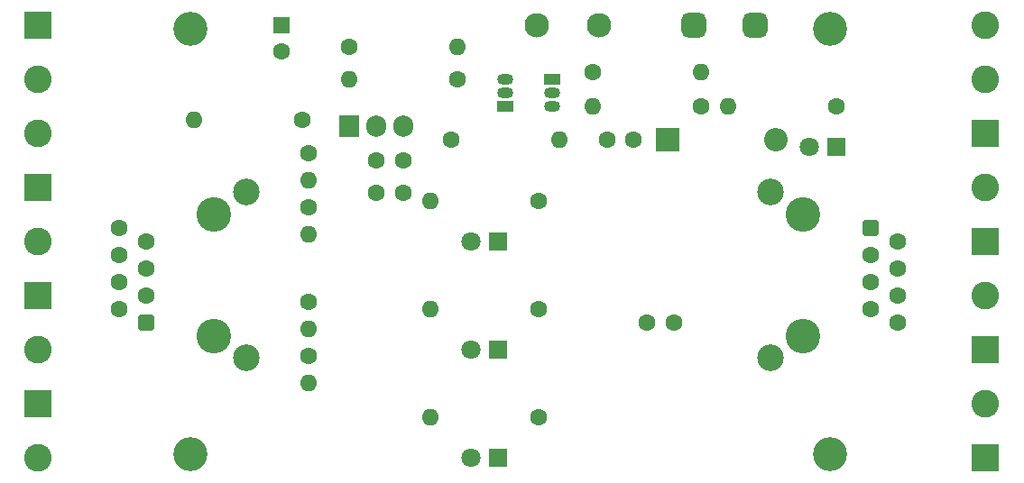
<source format=gbs>
%TF.GenerationSoftware,KiCad,Pcbnew,(6.0.11)*%
%TF.CreationDate,2024-10-13T21:18:45+03:00*%
%TF.ProjectId,sincos_interpolator,73696e63-6f73-45f6-996e-746572706f6c,rev?*%
%TF.SameCoordinates,Original*%
%TF.FileFunction,Soldermask,Bot*%
%TF.FilePolarity,Negative*%
%FSLAX46Y46*%
G04 Gerber Fmt 4.6, Leading zero omitted, Abs format (unit mm)*
G04 Created by KiCad (PCBNEW (6.0.11)) date 2024-10-13 21:18:45*
%MOMM*%
%LPD*%
G01*
G04 APERTURE LIST*
G04 Aperture macros list*
%AMRoundRect*
0 Rectangle with rounded corners*
0 $1 Rounding radius*
0 $2 $3 $4 $5 $6 $7 $8 $9 X,Y pos of 4 corners*
0 Add a 4 corners polygon primitive as box body*
4,1,4,$2,$3,$4,$5,$6,$7,$8,$9,$2,$3,0*
0 Add four circle primitives for the rounded corners*
1,1,$1+$1,$2,$3*
1,1,$1+$1,$4,$5*
1,1,$1+$1,$6,$7*
1,1,$1+$1,$8,$9*
0 Add four rect primitives between the rounded corners*
20,1,$1+$1,$2,$3,$4,$5,0*
20,1,$1+$1,$4,$5,$6,$7,0*
20,1,$1+$1,$6,$7,$8,$9,0*
20,1,$1+$1,$8,$9,$2,$3,0*%
G04 Aperture macros list end*
%ADD10C,3.200000*%
%ADD11C,1.600000*%
%ADD12O,1.600000X1.600000*%
%ADD13R,1.905000X2.000000*%
%ADD14O,1.905000X2.000000*%
%ADD15R,2.600000X2.600000*%
%ADD16C,2.600000*%
%ADD17R,1.800000X1.800000*%
%ADD18C,1.800000*%
%ADD19R,1.500000X1.050000*%
%ADD20O,1.500000X1.050000*%
%ADD21R,1.600000X1.600000*%
%ADD22C,3.250000*%
%ADD23RoundRect,0.400000X-0.400000X-0.400000X0.400000X-0.400000X0.400000X0.400000X-0.400000X0.400000X0*%
%ADD24C,2.500000*%
%ADD25RoundRect,0.400000X0.400000X0.400000X-0.400000X0.400000X-0.400000X-0.400000X0.400000X-0.400000X0*%
%ADD26R,2.200000X2.200000*%
%ADD27O,2.200000X2.200000*%
%ADD28RoundRect,0.575000X0.575000X0.575000X-0.575000X0.575000X-0.575000X-0.575000X0.575000X-0.575000X0*%
%ADD29C,2.300000*%
G04 APERTURE END LIST*
D10*
%TO.C,H2*%
X140000000Y-147000000D03*
%TD*%
D11*
%TO.C,R8*%
X164465000Y-117475000D03*
D12*
X174625000Y-117475000D03*
%TD*%
D13*
%TO.C,Q1*%
X154940000Y-116205000D03*
D14*
X157480000Y-116205000D03*
X160020000Y-116205000D03*
%TD*%
D15*
%TO.C,J11*%
X125730000Y-121920000D03*
D16*
X125730000Y-127000000D03*
%TD*%
D17*
%TO.C,D2*%
X200660000Y-118110000D03*
D18*
X198120000Y-118110000D03*
%TD*%
D11*
%TO.C,R13*%
X172720000Y-123190000D03*
D12*
X162560000Y-123190000D03*
%TD*%
D17*
%TO.C,D21*%
X168910000Y-137160000D03*
D18*
X166370000Y-137160000D03*
%TD*%
D15*
%TO.C,J21*%
X125730000Y-132080000D03*
D16*
X125730000Y-137160000D03*
%TD*%
D11*
%TO.C,C5*%
X182880000Y-134620000D03*
X185380000Y-134620000D03*
%TD*%
D10*
%TO.C,H3*%
X200000000Y-107000000D03*
%TD*%
%TO.C,H1*%
X140000000Y-107000000D03*
%TD*%
D15*
%TO.C,J12*%
X214630000Y-127000000D03*
D16*
X214630000Y-121920000D03*
%TD*%
D11*
%TO.C,R1*%
X200660000Y-114300000D03*
D12*
X190500000Y-114300000D03*
%TD*%
D11*
%TO.C,R6*%
X177800000Y-111125000D03*
D12*
X187960000Y-111125000D03*
%TD*%
D15*
%TO.C,J2*%
X125730000Y-106680000D03*
D16*
X125730000Y-111760000D03*
X125730000Y-116840000D03*
%TD*%
D11*
%TO.C,R7*%
X187960000Y-114300000D03*
D12*
X177800000Y-114300000D03*
%TD*%
D11*
%TO.C,C6*%
X181610000Y-117475000D03*
X179110000Y-117475000D03*
%TD*%
%TO.C,C3*%
X157480000Y-122428000D03*
X159980000Y-122428000D03*
%TD*%
D19*
%TO.C,Q2*%
X169545000Y-114300000D03*
D20*
X169545000Y-113030000D03*
X169545000Y-111760000D03*
%TD*%
D15*
%TO.C,J22*%
X214630000Y-137160000D03*
D16*
X214630000Y-132080000D03*
%TD*%
D15*
%TO.C,J31*%
X125730000Y-142240000D03*
D16*
X125730000Y-147320000D03*
%TD*%
D11*
%TO.C,C4*%
X157480000Y-119380000D03*
X159980000Y-119380000D03*
%TD*%
D15*
%TO.C,J1*%
X214630000Y-116840000D03*
D16*
X214630000Y-111760000D03*
X214630000Y-106680000D03*
%TD*%
D21*
%TO.C,C1*%
X148590000Y-106680000D03*
D11*
X148590000Y-109180000D03*
%TD*%
D19*
%TO.C,U3*%
X173990000Y-111760000D03*
D20*
X173990000Y-113030000D03*
X173990000Y-114300000D03*
%TD*%
D10*
%TO.C,H4*%
X200000000Y-147000000D03*
%TD*%
D11*
%TO.C,R22*%
X151130000Y-137795000D03*
D12*
X151130000Y-140335000D03*
%TD*%
D11*
%TO.C,R4*%
X154940000Y-108750000D03*
D12*
X165100000Y-108750000D03*
%TD*%
D11*
%TO.C,R3*%
X150495000Y-115570000D03*
D12*
X140335000Y-115570000D03*
%TD*%
D22*
%TO.C,J3*%
X142240000Y-135890000D03*
X142240000Y-124460000D03*
D23*
X135890000Y-134620000D03*
D11*
X133350000Y-133350000D03*
X135890000Y-132080000D03*
X133350000Y-130810000D03*
X135890000Y-129540000D03*
X133350000Y-128270000D03*
X135890000Y-127000000D03*
X133350000Y-125730000D03*
D24*
X145290000Y-122375000D03*
X145290000Y-137975000D03*
%TD*%
D11*
%TO.C,R11*%
X151130000Y-118745000D03*
D12*
X151130000Y-121285000D03*
%TD*%
D22*
%TO.C,J4*%
X197485000Y-135890000D03*
X197485000Y-124460000D03*
D25*
X203835000Y-125730000D03*
D11*
X206375000Y-127000000D03*
X203835000Y-128270000D03*
X206375000Y-129540000D03*
X203835000Y-130810000D03*
X206375000Y-132080000D03*
X203835000Y-133350000D03*
X206375000Y-134620000D03*
D24*
X194435000Y-122375000D03*
X194435000Y-137975000D03*
%TD*%
D11*
%TO.C,R12*%
X151130000Y-123825000D03*
D12*
X151130000Y-126365000D03*
%TD*%
D17*
%TO.C,D11*%
X168910000Y-127000000D03*
D18*
X166370000Y-127000000D03*
%TD*%
D17*
%TO.C,D31*%
X168910000Y-147320000D03*
D18*
X166370000Y-147320000D03*
%TD*%
D11*
%TO.C,R21*%
X151130000Y-132715000D03*
D12*
X151130000Y-135255000D03*
%TD*%
D15*
%TO.C,J32*%
X214630000Y-147320000D03*
D16*
X214630000Y-142240000D03*
%TD*%
D26*
%TO.C,D1*%
X184785000Y-117475000D03*
D27*
X194945000Y-117475000D03*
%TD*%
D11*
%TO.C,R23*%
X172720000Y-133350000D03*
D12*
X162560000Y-133350000D03*
%TD*%
D11*
%TO.C,R5*%
X165100000Y-111760000D03*
D12*
X154940000Y-111760000D03*
%TD*%
D11*
%TO.C,R33*%
X172720000Y-143510000D03*
D12*
X162560000Y-143510000D03*
%TD*%
D28*
%TO.C,F1*%
X193040000Y-106680000D03*
X187240000Y-106680000D03*
D29*
X178340000Y-106680000D03*
X172540000Y-106680000D03*
%TD*%
M02*

</source>
